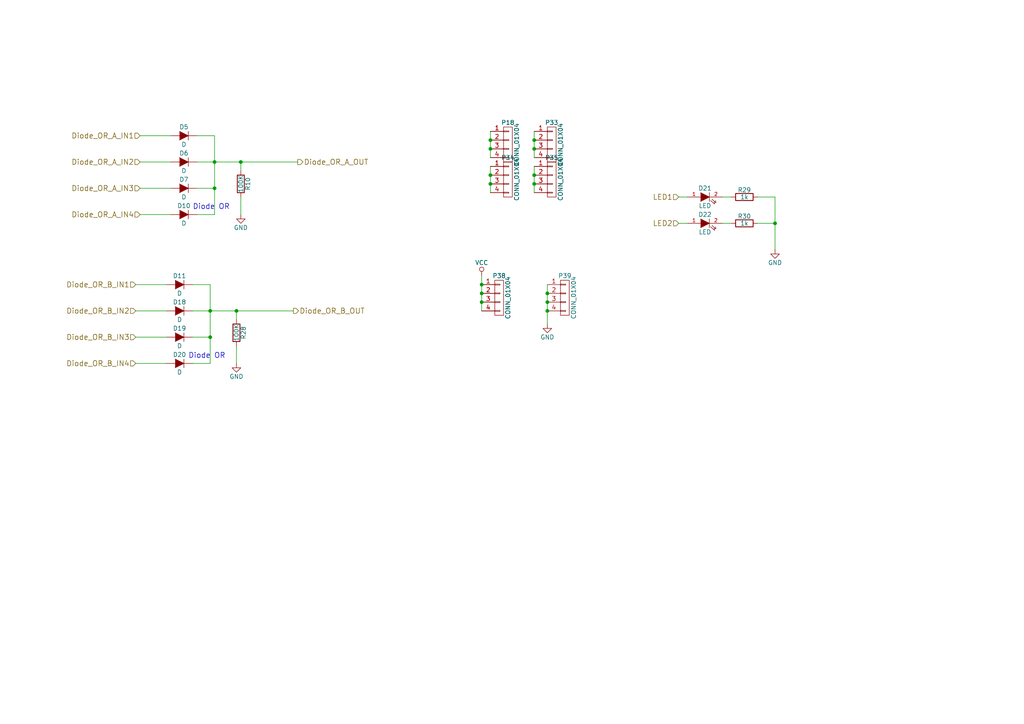
<source format=kicad_sch>
(kicad_sch (version 20231120) (generator "eeschema") (generator_version "8.0")
  (paper "A4")
  (lib_symbols
    (symbol "logic_noise_playground-rescue:CONN_01X04" (pin_names (offset 1.016) hide)
      (property "Reference" "P" (at 0 6.35 0))
      (property "Value" "CONN_01X04" (at 2.54 0 90))
      (symbol "CONN_01X04_0_1"
        (rectangle (start -1.27 -3.683) (end 0.254 -3.937))
        (rectangle (start -1.27 -1.143) (end 0.254 -1.397))
        (rectangle (start -1.27 1.397) (end 0.254 1.143))
        (rectangle (start -1.27 3.937) (end 0.254 3.683))
        (rectangle (start -1.27 5.08) (end 1.27 -5.08))
      )
      (symbol "CONN_01X04_1_1"
        (pin passive line (at -5.08 3.81 0) (length 3.81) (name "P1") (number "1"))
        (pin passive line (at -5.08 1.27 0) (length 3.81) (name "P2") (number "2"))
        (pin passive line (at -5.08 -1.27 0) (length 3.81) (name "P3") (number "3"))
        (pin passive line (at -5.08 -3.81 0) (length 3.81) (name "P4") (number "4"))
      )
    )
    (symbol "logic_noise_playground-rescue:D" (pin_numbers hide) (pin_names (offset 1.016) hide)
      (property "Reference" "D" (at 0 2.54 0))
      (property "Value" "D" (at 0 -2.54 0))
      (symbol "D_0_1"
        (polyline (pts (xy 1.27 1.27) (xy 1.27 -1.27)) (stroke (width 0.1524)))
        (polyline (pts (xy -1.27 1.27) (xy 1.27 0) (xy -1.27 -1.27)) (fill (type outline)))
      )
      (symbol "D_1_1"
        (pin passive line (at -3.81 0 0) (length 2.54) (name "A") (number "1"))
        (pin passive line (at 3.81 0 180) (length 2.54) (name "K") (number "2"))
      )
    )
    (symbol "logic_noise_playground-rescue:GND" (power) (pin_names (offset 0))
      (property "Value" "GND" (at 0 -3.81 0))
      (symbol "GND_0_1"
        (polyline (pts (xy 0 0) (xy 0 -1.27) (xy 1.27 -1.27) (xy 0 -2.54) (xy -1.27 -1.27) (xy 0 -1.27)))
      )
      (symbol "GND_1_1"
        (pin power_in line (at 0 0 270) (length 0) hide (name "GND") (number "1"))
      )
    )
    (symbol "logic_noise_playground-rescue:LED" (pin_names (offset 1.016) hide)
      (property "Reference" "D" (at 0 2.54 0))
      (property "Value" "LED" (at 0 -2.54 0))
      (symbol "LED_0_1"
        (polyline (pts (xy 1.27 1.27) (xy 1.27 -1.27)))
        (polyline (pts (xy -1.27 1.27) (xy 1.27 0) (xy -1.27 -1.27)) (fill (type outline)))
        (polyline (pts (xy 1.651 -1.016) (xy 2.794 -2.032) (xy 2.667 -1.397)))
        (polyline (pts (xy 2.032 -0.635) (xy 3.175 -1.651) (xy 3.048 -1.016)))
      )
      (symbol "LED_1_1"
        (pin passive line (at -5.08 0 0) (length 3.81) (name "A") (number "1"))
        (pin passive line (at 5.08 0 180) (length 3.81) (name "K") (number "2"))
      )
    )
    (symbol "logic_noise_playground-rescue:R" (pin_numbers hide) (pin_names (offset 0))
      (property "Reference" "R" (at 2.032 0 90))
      (property "Value" "R" (at 0 0 90))
      (symbol "R_0_1"
        (rectangle (start -1.016 -2.54) (end 1.016 2.54) (stroke (width 0.254)))
      )
      (symbol "R_1_1"
        (pin passive line (at 0 3.81 270) (length 1.27) (name "~") (number "1"))
        (pin passive line (at 0 -3.81 90) (length 1.27) (name "~") (number "2"))
      )
    )
    (symbol "logic_noise_playground-rescue:VCC" (power) (pin_names (offset 0))
      (property "Value" "VCC" (at 0 3.81 0))
      (symbol "VCC_0_1"
        (polyline (pts (xy 0 0) (xy 0 1.27)))
        (circle (center 0 1.905) (radius 0.635))
      )
      (symbol "VCC_1_1"
        (pin power_in line (at 0 0 90) (length 0) hide (name "VCC") (number "1"))
      )
    )
  )
  (junction (at 224.79 64.77))
  (junction (at 142.24 43.18))
  (junction (at 154.94 43.18))
  (junction (at 62.23 46.99))
  (junction (at 142.24 50.8))
  (junction (at 154.94 50.8))
  (junction (at 139.7 82.55))
  (junction (at 142.24 40.64))
  (junction (at 139.7 87.63))
  (junction (at 158.75 87.63))
  (junction (at 60.96 97.79))
  (junction (at 62.23 54.61))
  (junction (at 142.24 53.34))
  (junction (at 158.75 90.17))
  (junction (at 68.58 90.17))
  (junction (at 139.7 85.09))
  (junction (at 154.94 53.34))
  (junction (at 69.85 46.99))
  (junction (at 60.96 90.17))
  (junction (at 158.75 85.09))
  (junction (at 154.94 40.64))
  (wire (pts (xy 139.7 85.09) (xy 139.7 87.63)))
  (wire (pts (xy 209.55 57.15) (xy 212.09 57.15)))
  (wire (pts (xy 60.96 97.79) (xy 60.96 105.41)))
  (wire (pts (xy 68.58 105.41) (xy 68.58 100.33)))
  (wire (pts (xy 62.23 39.37) (xy 62.23 46.99)))
  (wire (pts (xy 142.24 38.1) (xy 142.24 40.64)))
  (wire (pts (xy 158.75 82.55) (xy 158.75 85.09)))
  (wire (pts (xy 142.24 53.34) (xy 142.24 55.88)))
  (wire (pts (xy 55.88 82.55) (xy 60.96 82.55)))
  (wire (pts (xy 154.94 50.8) (xy 154.94 53.34)))
  (wire (pts (xy 39.37 105.41) (xy 48.26 105.41)))
  (wire (pts (xy 60.96 90.17) (xy 68.58 90.17)))
  (wire (pts (xy 60.96 97.79) (xy 55.88 97.79)))
  (wire (pts (xy 219.71 64.77) (xy 224.79 64.77)))
  (wire (pts (xy 62.23 46.99) (xy 62.23 54.61)))
  (wire (pts (xy 142.24 50.8) (xy 142.24 53.34)))
  (wire (pts (xy 62.23 54.61) (xy 62.23 62.23)))
  (wire (pts (xy 57.15 39.37) (xy 62.23 39.37)))
  (wire (pts (xy 40.64 39.37) (xy 49.53 39.37)))
  (wire (pts (xy 68.58 90.17) (xy 85.09 90.17)))
  (wire (pts (xy 39.37 82.55) (xy 48.26 82.55)))
  (wire (pts (xy 154.94 53.34) (xy 154.94 55.88)))
  (wire (pts (xy 40.64 46.99) (xy 49.53 46.99)))
  (wire (pts (xy 68.58 90.17) (xy 68.58 92.71)))
  (wire (pts (xy 69.85 62.23) (xy 69.85 57.15)))
  (wire (pts (xy 196.85 64.77) (xy 199.39 64.77)))
  (wire (pts (xy 142.24 48.26) (xy 142.24 50.8)))
  (wire (pts (xy 55.88 90.17) (xy 60.96 90.17)))
  (wire (pts (xy 154.94 40.64) (xy 154.94 43.18)))
  (wire (pts (xy 62.23 62.23) (xy 57.15 62.23)))
  (wire (pts (xy 39.37 97.79) (xy 48.26 97.79)))
  (wire (pts (xy 60.96 90.17) (xy 60.96 97.79)))
  (wire (pts (xy 209.55 64.77) (xy 212.09 64.77)))
  (wire (pts (xy 158.75 85.09) (xy 158.75 87.63)))
  (wire (pts (xy 139.7 80.01) (xy 139.7 82.55)))
  (wire (pts (xy 224.79 57.15) (xy 224.79 64.77)))
  (wire (pts (xy 154.94 43.18) (xy 154.94 45.72)))
  (wire (pts (xy 154.94 48.26) (xy 154.94 50.8)))
  (wire (pts (xy 40.64 62.23) (xy 49.53 62.23)))
  (wire (pts (xy 62.23 46.99) (xy 69.85 46.99)))
  (wire (pts (xy 142.24 40.64) (xy 142.24 43.18)))
  (wire (pts (xy 62.23 54.61) (xy 57.15 54.61)))
  (wire (pts (xy 69.85 46.99) (xy 69.85 49.53)))
  (wire (pts (xy 40.64 54.61) (xy 49.53 54.61)))
  (wire (pts (xy 60.96 82.55) (xy 60.96 90.17)))
  (wire (pts (xy 142.24 43.18) (xy 142.24 45.72)))
  (wire (pts (xy 57.15 46.99) (xy 62.23 46.99)))
  (wire (pts (xy 39.37 90.17) (xy 48.26 90.17)))
  (wire (pts (xy 196.85 57.15) (xy 199.39 57.15)))
  (wire (pts (xy 158.75 90.17) (xy 158.75 93.98)))
  (wire (pts (xy 154.94 38.1) (xy 154.94 40.64)))
  (wire (pts (xy 60.96 105.41) (xy 55.88 105.41)))
  (wire (pts (xy 139.7 82.55) (xy 139.7 85.09)))
  (wire (pts (xy 219.71 57.15) (xy 224.79 57.15)))
  (wire (pts (xy 158.75 87.63) (xy 158.75 90.17)))
  (wire (pts (xy 139.7 87.63) (xy 139.7 90.17)))
  (wire (pts (xy 69.85 46.99) (xy 86.36 46.99)))
  (wire (pts (xy 224.79 64.77) (xy 224.79 72.39)))
  (text "Diode OR" (at 55.88 60.96 0) (effects (font (size 1.524 1.524)) (justify left bottom)))
  (text "Diode OR" (at 54.61 104.14 0) (effects (font (size 1.524 1.524)) (justify left bottom)))
  (hierarchical_label "Diode_OR_A_IN2" (shape input) (at 40.64 46.99 180) (effects (font (size 1.524 1.524))))
  (hierarchical_label "Diode_OR_B_IN4" (shape input) (at 39.37 105.41 180) (effects (font (size 1.524 1.524))))
  (hierarchical_label "Diode_OR_A_IN1" (shape input) (at 40.64 39.37 180) (effects (font (size 1.524 1.524))))
  (hierarchical_label "Diode_OR_B_IN1" (shape input) (at 39.37 82.55 180) (effects (font (size 1.524 1.524))))
  (hierarchical_label "Diode_OR_B_OUT" (shape output) (at 85.09 90.17 0) (effects (font (size 1.524 1.524))))
  (hierarchical_label "Diode_OR_B_IN2" (shape input) (at 39.37 90.17 180) (effects (font (size 1.524 1.524))))
  (hierarchical_label "LED2" (shape input) (at 196.85 64.77 180) (effects (font (size 1.524 1.524))))
  (hierarchical_label "Diode_OR_A_IN3" (shape input) (at 40.64 54.61 180) (effects (font (size 1.524 1.524))))
  (hierarchical_label "LED1" (shape input) (at 196.85 57.15 180) (effects (font (size 1.524 1.524))))
  (hierarchical_label "Diode_OR_B_IN3" (shape input) (at 39.37 97.79 180) (effects (font (size 1.524 1.524))))
  (hierarchical_label "Diode_OR_A_OUT" (shape output) (at 86.36 46.99 0) (effects (font (size 1.524 1.524))))
  (hierarchical_label "Diode_OR_A_IN4" (shape input) (at 40.64 62.23 180) (effects (font (size 1.524 1.524))))
  (symbol (lib_id "logic_noise_playground-rescue:D") (at 53.34 39.37 0) (unit 1)
    (property "Reference" "D5" (at 53.34 36.83 0))
    (property "Value" "D" (at 53.34 41.91 0))
    (property "Footprint" "Diodes_ThroughHole:Diode_DO-35_SOD27_Horizontal_RM10" (effects (hide yes)))
    (property "manf#" "1N4148 " (effects (hide yes)))
  )
  (symbol (lib_id "logic_noise_playground-rescue:D") (at 53.34 46.99 0) (unit 1)
    (property "Reference" "D6" (at 53.34 44.45 0))
    (property "Value" "D" (at 53.34 49.53 0))
    (property "Footprint" "Diodes_ThroughHole:Diode_DO-35_SOD27_Horizontal_RM10" (effects (hide yes)))
    (property "manf#" "1N4148 " (effects (hide yes)))
  )
  (symbol (lib_id "logic_noise_playground-rescue:D") (at 53.34 54.61 0) (unit 1)
    (property "Reference" "D7" (at 53.34 52.07 0))
    (property "Value" "D" (at 53.34 57.15 0))
    (property "Footprint" "Diodes_ThroughHole:Diode_DO-35_SOD27_Horizontal_RM10" (effects (hide yes)))
    (property "manf#" "1N4148 " (effects (hide yes)))
  )
  (symbol (lib_id "logic_noise_playground-rescue:GND") (at 69.85 62.23 0) (unit 1)
    (property "Reference" "#PWR031" (effects (hide yes)))
    (property "Value" "GND" (at 69.85 66.04 0))
  )
  (symbol (lib_id "logic_noise_playground-rescue:R") (at 69.85 53.34 0) (unit 1)
    (property "Reference" "R10" (at 71.882 53.34 90))
    (property "Value" "100K" (at 69.85 53.34 90))
    (property "Footprint" "Resistors_ThroughHole:Resistor_Horizontal_RM10mm" (effects (hide yes)))
    (property "manf#" "CF18JT100K" (effects (hide yes)))
  )
  (symbol (lib_id "logic_noise_playground-rescue:D") (at 53.34 62.23 0) (unit 1)
    (property "Reference" "D10" (at 53.34 59.69 0))
    (property "Value" "D" (at 53.34 64.77 0))
    (property "Footprint" "Diodes_ThroughHole:Diode_DO-35_SOD27_Horizontal_RM10" (effects (hide yes)))
    (property "manf#" "1N4148 " (effects (hide yes)))
  )
  (symbol (lib_id "logic_noise_playground-rescue:CONN_01X04") (at 147.32 41.91 0) (unit 1)
    (property "Reference" "P18" (at 147.32 35.56 0))
    (property "Value" "CONN_01X04" (at 149.86 41.91 90))
    (property "Footprint" "Pin_Headers:Pin_Header_Straight_1x04" (effects (hide yes)))
    (property "manf#" "Pines" (effects (hide yes)))
  )
  (symbol (lib_id "logic_noise_playground-rescue:CONN_01X04") (at 147.32 52.07 0) (unit 1)
    (property "Reference" "P34" (at 147.32 45.72 0))
    (property "Value" "CONN_01X04" (at 149.86 52.07 90))
    (property "Footprint" "Pin_Headers:Pin_Header_Straight_1x04" (effects (hide yes)))
    (property "manf#" "Pines" (effects (hide yes)))
  )
  (symbol (lib_id "logic_noise_playground-rescue:CONN_01X04") (at 160.02 41.91 0) (unit 1)
    (property "Reference" "P33" (at 160.02 35.56 0))
    (property "Value" "CONN_01X04" (at 162.56 41.91 90))
    (property "Footprint" "Pin_Headers:Pin_Header_Straight_1x04" (effects (hide yes)))
    (property "manf#" "Pines" (effects (hide yes)))
  )
  (symbol (lib_id "logic_noise_playground-rescue:CONN_01X04") (at 160.02 52.07 0) (unit 1)
    (property "Reference" "P35" (at 160.02 45.72 0))
    (property "Value" "CONN_01X04" (at 162.56 52.07 90))
    (property "Footprint" "Pin_Headers:Pin_Header_Straight_1x04" (effects (hide yes)))
    (property "manf#" "Pines" (effects (hide yes)))
  )
  (symbol (lib_id "logic_noise_playground-rescue:D") (at 52.07 82.55 0) (unit 1)
    (property "Reference" "D11" (at 52.07 80.01 0))
    (property "Value" "D" (at 52.07 85.09 0))
    (property "Footprint" "Diodes_ThroughHole:Diode_DO-35_SOD27_Horizontal_RM10" (effects (hide yes)))
    (property "manf#" "1N4148 " (effects (hide yes)))
  )
  (symbol (lib_id "logic_noise_playground-rescue:D") (at 52.07 90.17 0) (unit 1)
    (property "Reference" "D18" (at 52.07 87.63 0))
    (property "Value" "D" (at 52.07 92.71 0))
    (property "Footprint" "Diodes_ThroughHole:Diode_DO-35_SOD27_Horizontal_RM10" (effects (hide yes)))
    (property "manf#" "1N4148 " (effects (hide yes)))
  )
  (symbol (lib_id "logic_noise_playground-rescue:D") (at 52.07 97.79 0) (unit 1)
    (property "Reference" "D19" (at 52.07 95.25 0))
    (property "Value" "D" (at 52.07 100.33 0))
    (property "Footprint" "Diodes_ThroughHole:Diode_DO-35_SOD27_Horizontal_RM10" (effects (hide yes)))
    (property "manf#" "1N4148 " (effects (hide yes)))
  )
  (symbol (lib_id "logic_noise_playground-rescue:GND") (at 68.58 105.41 0) (unit 1)
    (property "Reference" "#PWR032" (effects (hide yes)))
    (property "Value" "GND" (at 68.58 109.22 0))
  )
  (symbol (lib_id "logic_noise_playground-rescue:R") (at 68.58 96.52 0) (unit 1)
    (property "Reference" "R28" (at 70.612 96.52 90))
    (property "Value" "100K" (at 68.58 96.52 90))
    (property "Footprint" "Resistors_ThroughHole:Resistor_Horizontal_RM10mm" (effects (hide yes)))
    (property "manf#" "CF18JT100K" (effects (hide yes)))
  )
  (symbol (lib_id "logic_noise_playground-rescue:D") (at 52.07 105.41 0) (unit 1)
    (property "Reference" "D20" (at 52.07 102.87 0))
    (property "Value" "D" (at 52.07 107.95 0))
    (property "Footprint" "Diodes_ThroughHole:Diode_DO-35_SOD27_Horizontal_RM10" (effects (hide yes)))
    (property "manf#" "1N4148 " (effects (hide yes)))
  )
  (symbol (lib_id "logic_noise_playground-rescue:CONN_01X04") (at 144.78 86.36 0) (unit 1)
    (property "Reference" "P38" (at 144.78 80.01 0))
    (property "Value" "CONN_01X04" (at 147.32 86.36 90))
    (property "Footprint" "Pin_Headers:Pin_Header_Straight_1x04" (effects (hide yes)))
    (property "manf#" "Pines" (effects (hide yes)))
  )
  (symbol (lib_id "logic_noise_playground-rescue:VCC") (at 139.7 80.01 0) (unit 1)
    (property "Reference" "#PWR033" (effects (hide yes)))
    (property "Value" "VCC" (at 139.7 76.2 0))
  )
  (symbol (lib_id "logic_noise_playground-rescue:CONN_01X04") (at 163.83 86.36 0) (unit 1)
    (property "Reference" "P39" (at 163.83 80.01 0))
    (property "Value" "CONN_01X04" (at 166.37 86.36 90))
    (property "Footprint" "Pin_Headers:Pin_Header_Straight_1x04" (effects (hide yes)))
    (property "manf#" "Pines" (effects (hide yes)))
  )
  (symbol (lib_id "logic_noise_playground-rescue:GND") (at 158.75 93.98 0) (unit 1)
    (property "Reference" "#PWR034" (effects (hide yes)))
    (property "Value" "GND" (at 158.75 97.79 0))
  )
  (symbol (lib_id "logic_noise_playground-rescue:LED") (at 204.47 57.15 0) (unit 1)
    (property "Reference" "D21" (at 204.47 54.61 0))
    (property "Value" "LED" (at 204.47 59.69 0))
    (property "Footprint" "LEDs:LED-5MM" (effects (hide yes)))
    (property "manf#" "NTE3144" (effects (hide yes)))
  )
  (symbol (lib_id "logic_noise_playground-rescue:LED") (at 204.47 64.77 0) (unit 1)
    (property "Reference" "D22" (at 204.47 62.23 0))
    (property "Value" "LED" (at 204.47 67.31 0))
    (property "Footprint" "LEDs:LED-5MM" (effects (hide yes)))
    (property "manf#" " NTE3145" (effects (hide yes)))
  )
  (symbol (lib_id "logic_noise_playground-rescue:R") (at 215.9 64.77 90) (unit 1)
    (property "Reference" "R30" (at 215.9 62.738 90))
    (property "Value" "1k" (at 215.9 64.77 90))
    (property "Footprint" "Resistors_ThroughHole:Resistor_Horizontal_RM10mm" (effects (hide yes)))
    (property "manf#" "CF14JT1K00 " (effects (hide yes)))
  )
  (symbol (lib_id "logic_noise_playground-rescue:R") (at 215.9 57.15 90) (unit 1)
    (property "Reference" "R29" (at 215.9 55.118 90))
    (property "Value" "1k" (at 215.9 57.15 90))
    (property "Footprint" "Resistors_ThroughHole:Resistor_Horizontal_RM10mm" (effects (hide yes)))
    (property "manf#" "CF14JT1K00 " (effects (hide yes)))
  )
  (symbol (lib_id "logic_noise_playground-rescue:GND") (at 224.79 72.39 0) (unit 1)
    (property "Reference" "#PWR035" (effects (hide yes)))
    (property "Value" "GND" (at 224.79 76.2 0))
  )
)
</source>
